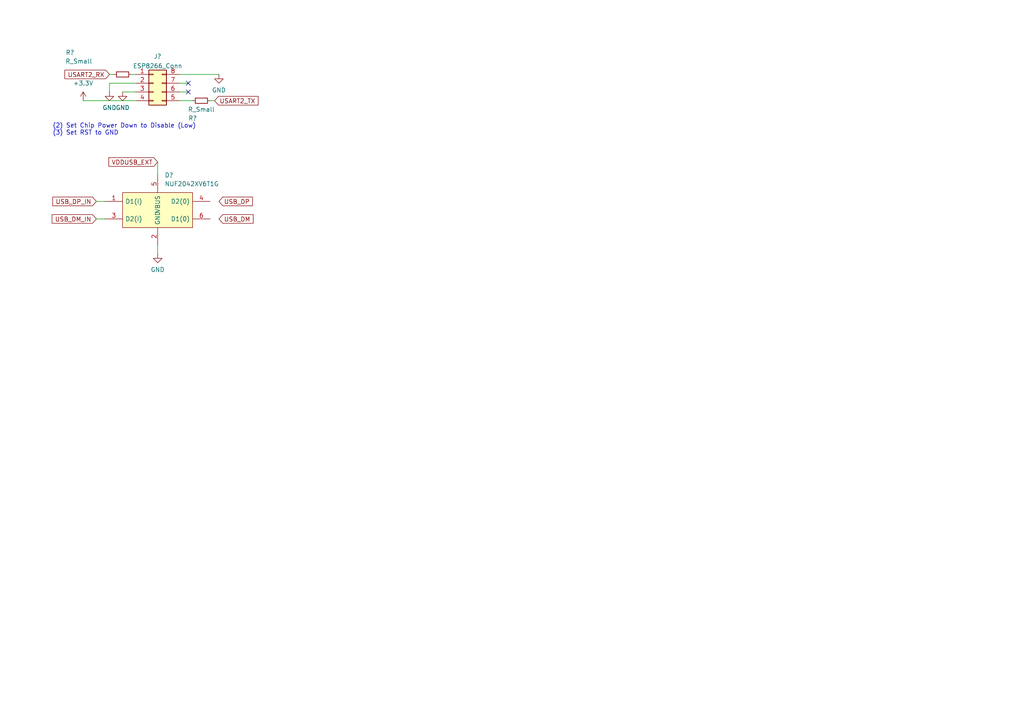
<source format=kicad_sch>
(kicad_sch (version 20211123) (generator eeschema)
  (paper "A4")
  (lib_symbols
    (symbol "Connector_Generic:Conn_02x04_Counter_Clockwise" (pin_names (offset 1.016) hide)
      (property "Reference" "J" (at 1.27 5.08 0))
      (property "Value" "Conn_02x04_Counter_Clockwise" (at 1.27 -7.62 0))
      (symbol "Conn_02x04_Counter_Clockwise_1_1"
        (rectangle (start -1.27 -4.953) (end 0 -5.207) (stroke (width 0.1524)))
        (rectangle (start -1.27 -2.413) (end 0 -2.667) (stroke (width 0.1524)))
        (rectangle (start -1.27 0.127) (end 0 -0.127) (stroke (width 0.1524)))
        (rectangle (start -1.27 2.667) (end 0 2.413) (stroke (width 0.1524)))
        (rectangle (start -1.27 3.81) (end 3.81 -6.35) (stroke (width 0.254)) (fill (type background)))
        (rectangle (start 3.81 -4.953) (end 2.54 -5.207) (stroke (width 0.1524)))
        (rectangle (start 3.81 -2.413) (end 2.54 -2.667) (stroke (width 0.1524)))
        (rectangle (start 3.81 0.127) (end 2.54 -0.127) (stroke (width 0.1524)))
        (rectangle (start 3.81 2.667) (end 2.54 2.413) (stroke (width 0.1524)))
        (pin passive line (at -5.08 2.54 0) (length 3.81) (name "Pin_1") (number "1"))
        (pin passive line (at -5.08 0 0) (length 3.81) (name "Pin_2") (number "2"))
        (pin passive line (at -5.08 -2.54 0) (length 3.81) (name "Pin_3") (number "3"))
        (pin passive line (at -5.08 -5.08 0) (length 3.81) (name "Pin_4") (number "4"))
        (pin passive line (at 7.62 -5.08 180) (length 3.81) (name "Pin_5") (number "5"))
        (pin passive line (at 7.62 -2.54 180) (length 3.81) (name "Pin_6") (number "6"))
        (pin passive line (at 7.62 0 180) (length 3.81) (name "Pin_7") (number "7"))
        (pin passive line (at 7.62 2.54 180) (length 3.81) (name "Pin_8") (number "8"))
      )
    )
    (symbol "CustomKeyboard:NUF2042XV6T1G" (pin_names (offset 0.762))
      (property "Reference" "D" (at 26.67 7.62 0))
      (property "Value" "NUF2042XV6T1G" (at 26.67 5.08 0))
      (symbol "NUF2042XV6T1G_0_0"
        (pin passive line (at 0 0 0) (length 5.08) (name "D1(I)") (number "1"))
        (pin passive line (at 15.24 -12.7 90) (length 5.08) (name "GND") (number "2"))
        (pin passive line (at 0 -5.08 0) (length 5.08) (name "D2(I)") (number "3"))
        (pin passive line (at 30.48 0 180) (length 5.08) (name "D2(0)") (number "4"))
        (pin passive line (at 15.24 7.62 270) (length 5.08) (name "VBUS") (number "5"))
        (pin passive line (at 30.48 -5.08 180) (length 5.08) (name "D1(0)") (number "6"))
      )
      (symbol "NUF2042XV6T1G_0_1"
        (polyline (pts (xy 5.08 2.54) (xy 25.4 2.54) (xy 25.4 -7.62) (xy 5.08 -7.62) (xy 5.08 2.54)) (stroke (width 0.1524)) (fill (type background)))
      )
    )
    (symbol "Device:R_Small" (pin_numbers hide) (pin_names (offset 0.254) hide)
      (property "Reference" "R" (at 0.762 0.508 0))
      (property "Value" "R_Small" (at 0.762 -1.016 0))
      (symbol "R_Small_0_1"
        (rectangle (start -0.762 1.778) (end 0.762 -1.778) (stroke (width 0.2032)))
      )
      (symbol "R_Small_1_1"
        (pin passive line (at 0 2.54 270) (length 0.762) (name "~") (number "1"))
        (pin passive line (at 0 -2.54 90) (length 0.762) (name "~") (number "2"))
      )
    )
    (symbol "power:+3.3V" (power) (pin_names (offset 0))
      (property "Value" "+3.3V" (at 0 3.556 0))
      (symbol "+3.3V_0_1"
        (polyline (pts (xy -0.762 1.27) (xy 0 2.54)))
        (polyline (pts (xy 0 0) (xy 0 2.54)))
        (polyline (pts (xy 0 2.54) (xy 0.762 1.27)))
      )
      (symbol "+3.3V_1_1"
        (pin power_in line (at 0 0 90) (length 0) hide (name "+3.3V") (number "1"))
      )
    )
    (symbol "power:GND" (power) (pin_names (offset 0))
      (property "Value" "GND" (at 0 -3.81 0))
      (symbol "GND_0_1"
        (polyline (pts (xy 0 0) (xy 0 -1.27) (xy 1.27 -1.27) (xy 0 -2.54) (xy -1.27 -1.27) (xy 0 -1.27)))
      )
      (symbol "GND_1_1"
        (pin power_in line (at 0 0 270) (length 0) hide (name "GND") (number "1"))
      )
    )
  )
  (no_connect (at 54.61 26.67))
  (no_connect (at 54.61 24.13))
  (wire (pts (xy 31.75 24.13) (xy 31.75 26.67)))
  (wire (pts (xy 39.37 24.13) (xy 31.75 24.13)))
  (wire (pts (xy 27.94 63.5) (xy 30.48 63.5)))
  (wire (pts (xy 52.07 29.21) (xy 55.88 29.21)))
  (wire (pts (xy 38.1 21.59) (xy 39.37 21.59)))
  (wire (pts (xy 45.72 46.99) (xy 45.72 50.8)))
  (wire (pts (xy 24.13 29.21) (xy 39.37 29.21)))
  (wire (pts (xy 31.75 21.59) (xy 33.02 21.59)))
  (wire (pts (xy 52.07 26.67) (xy 54.61 26.67)))
  (wire (pts (xy 27.94 58.42) (xy 30.48 58.42)))
  (wire (pts (xy 52.07 21.59) (xy 63.5 21.59)))
  (wire (pts (xy 35.56 26.67) (xy 39.37 26.67)))
  (wire (pts (xy 52.07 24.13) (xy 54.61 24.13)))
  (wire (pts (xy 60.96 29.21) (xy 62.23 29.21)))
  (wire (pts (xy 45.72 71.12) (xy 45.72 73.66)))
  (text "(2) Set Chip Power Down to Disable (Low)\n(3) Set RST to GND\n" (at 15.24 39.37 0) (effects (font (size 1.27 1.27)) (justify left bottom)))
  (global_label "USB_DP" (shape input) (at 63.5 58.42 0) (property "Intersheet References" "${INTERSHEET_REFS}" (effects hide)))
  (global_label "USART2_RX" (shape input) (at 31.75 21.59 180) (property "Intersheet References" "${INTERSHEET_REFS}" (effects hide)))
  (global_label "USB_DM_IN" (shape input) (at 27.94 63.5 180) (property "Intersheet References" "${INTERSHEET_REFS}" (effects hide)))
  (global_label "VDDUSB_EXT" (shape input) (at 45.72 46.99 180) (property "Intersheet References" "${INTERSHEET_REFS}" (effects hide)))
  (global_label "USB_DM" (shape input) (at 63.5 63.5 0) (property "Intersheet References" "${INTERSHEET_REFS}" (effects hide)))
  (global_label "USB_DP_IN" (shape input) (at 27.94 58.42 180) (property "Intersheet References" "${INTERSHEET_REFS}" (effects hide)))
  (global_label "USART2_TX" (shape input) (at 62.23 29.21 0) (property "Intersheet References" "${INTERSHEET_REFS}" (effects hide)))
  (symbol (lib_id "power:GND") (at 45.72 73.66 0) (unit 1)
    (property "Reference" "#PWR?" (effects hide))
    (property "Value" "GND" (at 45.72 78.2225 0))
  )
  (symbol (lib_id "power:GND") (at 63.5 21.59 0) (unit 1)
    (property "Reference" "#PWR?" (effects hide))
    (property "Value" "GND" (at 63.5 26.1525 0))
  )
  (symbol (lib_id "CustomKeyboard:NUF2042XV6T1G") (at 30.48 58.42 0) (unit 1)
    (property "Reference" "D?" (at 47.7394 50.8 0) (effects (justify left)))
    (property "Value" "NUF2042XV6T1G" (at 47.7394 53.34 0) (effects (justify left)))
    (property "Footprint" "CustomKeyboard:SOTFL50P160X60-6N" (effects hide))
    (property "Datasheet" "http://www.onsemi.com/pub/Collateral/NUF2030XV6-D.PDF" (effects hide))
    (property "Description" "ESD Suppressors / TVS Diodes USB UPSTR FTR IN" (effects hide))
    (property "Height" "0.6" (effects hide))
    (property "Mouser Part Number" "863-NUF2042XV6T1G" (effects hide))
    (property "Mouser Price/Stock" "https://www.mouser.co.uk/ProductDetail/onsemi/NUF2042XV6T1G?qs=ZXBb0xZ9WeAV3XcAwewBSw%3D%3D" (effects hide))
    (property "Manufacturer_Name" "onsemi" (effects hide))
    (property "Manufacturer_Part_Number" "NUF2042XV6T1G" (effects hide))
  )
  (symbol (lib_id "power:+3.3V") (at 24.13 29.21 0) (unit 1)
    (property "Reference" "#PWR?" (effects hide))
    (property "Value" "+3.3V" (at 24.13 24.13 0))
  )
  (symbol (lib_id "power:GND") (at 35.56 26.67 0) (unit 1)
    (property "Reference" "#PWR?" (effects hide))
    (property "Value" "GND" (at 35.56 31.2325 0))
  )
  (symbol (lib_id "power:GND") (at 31.75 26.67 0) (unit 1)
    (property "Reference" "#PWR?" (effects hide))
    (property "Value" "GND" (at 31.75 31.2325 0))
  )
  (symbol (lib_id "Connector_Generic:Conn_02x04_Counter_Clockwise") (at 44.45 24.13 0) (unit 1)
    (property "Reference" "J?" (at 45.72 16.3535 0))
    (property "Value" "ESP8266_Conn" (at 45.72 19.1286 0))
  )
  (symbol (lib_id "Device:R_Small") (at 35.56 21.59 90) (mirror x) (unit 1)
    (property "Reference" "R?" (at 20.32 15.24 90))
    (property "Value" "R_Small" (at 22.86 17.78 90))
  )
  (symbol (lib_id "Device:R_Small") (at 58.42 29.21 90) (mirror x) (unit 1)
    (property "Reference" "R?" (at 55.88 34.29 90))
    (property "Value" "R_Small" (at 58.42 31.75 90))
  )
)
</source>
